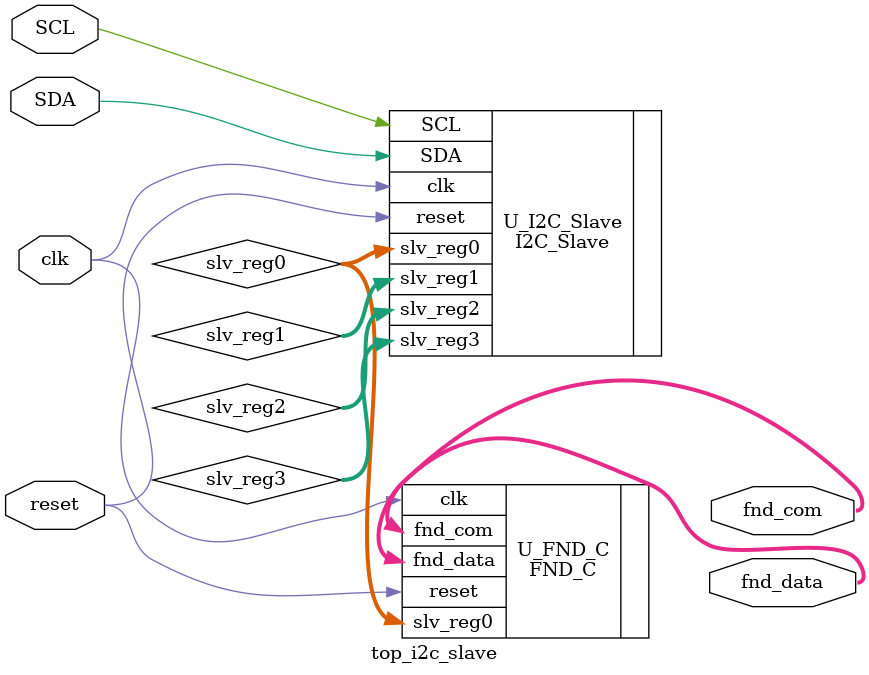
<source format=v>
`timescale 1ns / 1ps

module top_i2c_slave (
    input         clk,
    input         reset,
    input         SCL,
    inout         SDA,
    output [ 7:0] fnd_data,
    output [ 3:0] fnd_com
);

    wire [7:0] slv_reg0;  // FND 표시용 I2C가 제어
    wire [7:0] slv_reg1;  // 랭킹 1위
    wire [7:0] slv_reg2;  // 랭킹 2위
    wire [7:0] slv_reg3;  // 랭킹 3위
    // 참고 : 랭킹 4위는 slv_reg3 이후에 저장되도록 I2C_Slave 모듈 내부에서 처리

    I2C_Slave U_I2C_Slave (
        .clk(clk),
        .reset(reset),
        .SCL(SCL),
        .SDA(SDA),
        .slv_reg0(slv_reg0),
        .slv_reg1(slv_reg1),
        .slv_reg2(slv_reg2),
        .slv_reg3(slv_reg3)
    );

    FND_C U_FND_C (
        .clk(clk),
        .reset(reset),
        .slv_reg0(slv_reg0),
        // .slv_reg1(slv_reg1),
        // .slv_reg2(slv_reg2),
        // .slv_reg3(slv_reg3),
        .fnd_data(fnd_data),
        .fnd_com(fnd_com)
    );

endmodule

</source>
